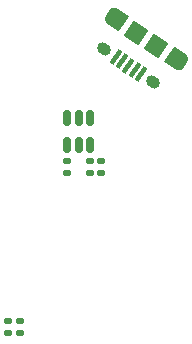
<source format=gbr>
G04 #@! TF.GenerationSoftware,KiCad,Pcbnew,(6.0.0)*
G04 #@! TF.CreationDate,2022-02-27T12:15:00+01:00*
G04 #@! TF.ProjectId,MiniAB-CAN-Board,4d696e69-4142-42d4-9341-4e2d426f6172,1*
G04 #@! TF.SameCoordinates,Original*
G04 #@! TF.FileFunction,Paste,Bot*
G04 #@! TF.FilePolarity,Positive*
%FSLAX46Y46*%
G04 Gerber Fmt 4.6, Leading zero omitted, Abs format (unit mm)*
G04 Created by KiCad (PCBNEW (6.0.0)) date 2022-02-27 12:15:00*
%MOMM*%
%LPD*%
G01*
G04 APERTURE LIST*
G04 Aperture macros list*
%AMRoundRect*
0 Rectangle with rounded corners*
0 $1 Rounding radius*
0 $2 $3 $4 $5 $6 $7 $8 $9 X,Y pos of 4 corners*
0 Add a 4 corners polygon primitive as box body*
4,1,4,$2,$3,$4,$5,$6,$7,$8,$9,$2,$3,0*
0 Add four circle primitives for the rounded corners*
1,1,$1+$1,$2,$3*
1,1,$1+$1,$4,$5*
1,1,$1+$1,$6,$7*
1,1,$1+$1,$8,$9*
0 Add four rect primitives between the rounded corners*
20,1,$1+$1,$2,$3,$4,$5,0*
20,1,$1+$1,$4,$5,$6,$7,0*
20,1,$1+$1,$6,$7,$8,$9,0*
20,1,$1+$1,$8,$9,$2,$3,0*%
%AMHorizOval*
0 Thick line with rounded ends*
0 $1 width*
0 $2 $3 position (X,Y) of the first rounded end (center of the circle)*
0 $4 $5 position (X,Y) of the second rounded end (center of the circle)*
0 Add line between two ends*
20,1,$1,$2,$3,$4,$5,0*
0 Add two circle primitives to create the rounded ends*
1,1,$1,$2,$3*
1,1,$1,$4,$5*%
%AMRotRect*
0 Rectangle, with rotation*
0 The origin of the aperture is its center*
0 $1 length*
0 $2 width*
0 $3 Rotation angle, in degrees counterclockwise*
0 Add horizontal line*
21,1,$1,$2,0,0,$3*%
G04 Aperture macros list end*
%ADD10RoundRect,0.135000X0.185000X-0.135000X0.185000X0.135000X-0.185000X0.135000X-0.185000X-0.135000X0*%
%ADD11HorizOval,0.950000X0.124356X-0.083879X-0.124356X0.083879X0*%
%ADD12HorizOval,0.890000X-0.184534X-0.273582X0.184534X0.273582X0*%
%ADD13RotRect,0.400000X1.350000X326.000000*%
%ADD14RotRect,1.200000X1.550000X326.000000*%
%ADD15RotRect,1.500000X1.550000X326.000000*%
%ADD16RoundRect,0.150000X0.150000X-0.512500X0.150000X0.512500X-0.150000X0.512500X-0.150000X-0.512500X0*%
G04 APERTURE END LIST*
D10*
X107600000Y-93510000D03*
X107600000Y-92490000D03*
X115445000Y-79960000D03*
X115445000Y-78940000D03*
X112600000Y-79960000D03*
X112600000Y-78940000D03*
X108600000Y-93510000D03*
X108600000Y-92490000D03*
D11*
X119839724Y-72308635D03*
D12*
X122178582Y-70629426D03*
X116375319Y-66715076D03*
D11*
X115694536Y-69512670D03*
D13*
X116689381Y-70183702D03*
X117228256Y-70547177D03*
X117767130Y-70910653D03*
X118306004Y-71274128D03*
X118844879Y-71637603D03*
D14*
X116872742Y-67050592D03*
D15*
X118447913Y-68113058D03*
X120105988Y-69231444D03*
D14*
X121681160Y-70293911D03*
D16*
X114495000Y-77612500D03*
X113545000Y-77612500D03*
X112595000Y-77612500D03*
X112595000Y-75337500D03*
X113545000Y-75337500D03*
X114495000Y-75337500D03*
D10*
X114500000Y-79960000D03*
X114500000Y-78940000D03*
M02*

</source>
